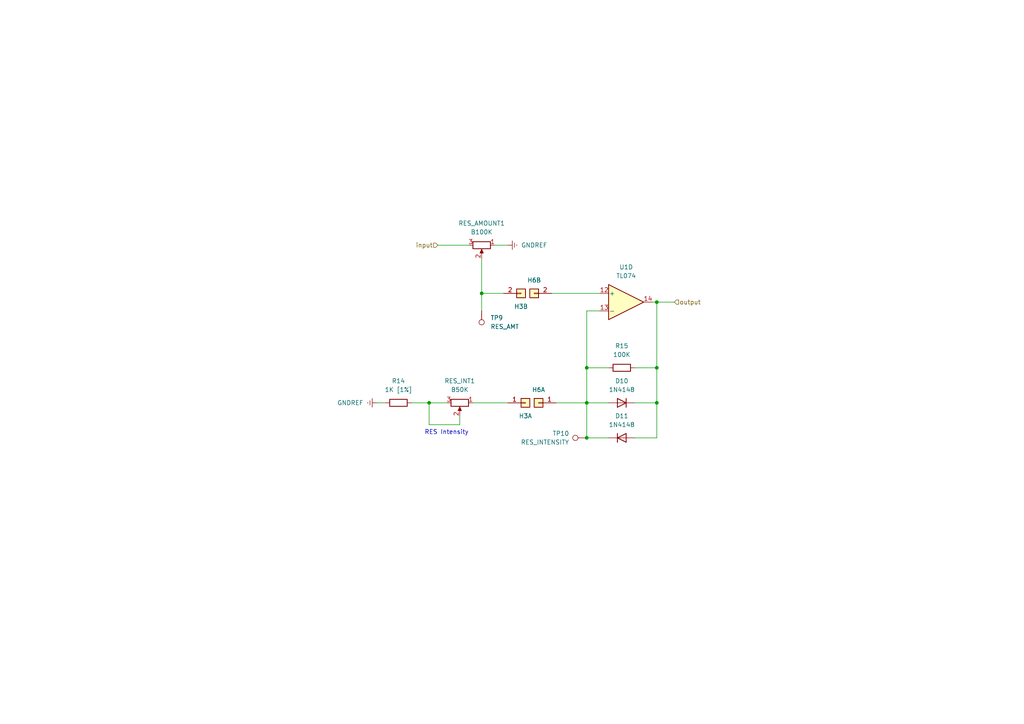
<source format=kicad_sch>
(kicad_sch (version 20231120) (generator "eeschema") (generator_version "8.0")
  (paper "A4")
  (lib_symbols
    (symbol "Amplifier_Operational:TL074" (pin_names (offset 0.127))
      (property "Reference" "U" (at 0 5.08 0))
      (property "Value" "TL074" (at 0 -5.08 0))
      (symbol "TL074_1_1"
        (polyline (pts (xy -5.08 5.08) (xy 5.08 0) (xy -5.08 -5.08) (xy -5.08 5.08)) (stroke (width 0.254)) (fill (type background)))
        (pin output line (at 7.62 0 180) (length 2.54) (name "~") (number "1"))
        (pin input line (at -7.62 -2.54 0) (length 2.54) (name "-") (number "2"))
        (pin input line (at -7.62 2.54 0) (length 2.54) (name "+") (number "3"))
      )
      (symbol "TL074_2_1"
        (polyline (pts (xy -5.08 5.08) (xy 5.08 0) (xy -5.08 -5.08) (xy -5.08 5.08)) (stroke (width 0.254)) (fill (type background)))
        (pin input line (at -7.62 2.54 0) (length 2.54) (name "+") (number "5"))
        (pin input line (at -7.62 -2.54 0) (length 2.54) (name "-") (number "6"))
        (pin output line (at 7.62 0 180) (length 2.54) (name "~") (number "7"))
      )
      (symbol "TL074_3_1"
        (polyline (pts (xy -5.08 5.08) (xy 5.08 0) (xy -5.08 -5.08) (xy -5.08 5.08)) (stroke (width 0.254)) (fill (type background)))
        (pin input line (at -7.62 2.54 0) (length 2.54) (name "+") (number "10"))
        (pin output line (at 7.62 0 180) (length 2.54) (name "~") (number "8"))
        (pin input line (at -7.62 -2.54 0) (length 2.54) (name "-") (number "9"))
      )
      (symbol "TL074_4_1"
        (polyline (pts (xy -5.08 5.08) (xy 5.08 0) (xy -5.08 -5.08) (xy -5.08 5.08)) (stroke (width 0.254)) (fill (type background)))
        (pin input line (at -7.62 2.54 0) (length 2.54) (name "+") (number "12"))
        (pin input line (at -7.62 -2.54 0) (length 2.54) (name "-") (number "13"))
        (pin output line (at 7.62 0 180) (length 2.54) (name "~") (number "14"))
      )
      (symbol "TL074_5_1"
        (pin power_in line (at -2.54 -7.62 90) (length 3.81) (name "V-") (number "11"))
        (pin power_in line (at -2.54 7.62 270) (length 3.81) (name "V+") (number "4"))
      )
    )
    (symbol "Connector:TestPoint" (pin_numbers hide) (pin_names (offset 0.762) hide)
      (property "Reference" "TP" (at 0 6.858 0))
      (property "Value" "TestPoint" (at 0 5.08 0))
      (symbol "TestPoint_0_1"
        (circle (center 0 3.302) (radius 0.762))
      )
      (symbol "TestPoint_1_1"
        (pin passive line (at 0 0 90) (length 2.54) (name "1") (number "1"))
      )
    )
    (symbol "power:GNDREF" (power) (pin_numbers hide) (pin_names (offset 0) hide)
      (property "Value" "GNDREF" (at 0 -3.81 0))
      (symbol "GNDREF_0_1"
        (polyline (pts (xy -0.635 -1.905) (xy 0.635 -1.905)))
        (polyline (pts (xy -0.127 -2.54) (xy 0.127 -2.54)))
        (polyline (pts (xy 0 -1.27) (xy 0 0)))
        (polyline (pts (xy 1.27 -1.27) (xy -1.27 -1.27)))
      )
      (symbol "GNDREF_1_1"
        (pin power_in line (at 0 0 270) (length 0) (name "~") (number "1"))
      )
    )
    (symbol "synth:D_Signal (1N4148)" (pin_numbers hide) (pin_names hide)
      (property "Reference" "D" (at 0 2.54 0))
      (property "Value" "1N4148" (at 0 -2.54 0))
      (symbol "D_Signal (1N4148)_0_1"
        (polyline (pts (xy -1.27 1.27) (xy -1.27 -1.27)) (stroke (width 0.254)))
        (polyline (pts (xy 1.27 0) (xy -1.27 0)))
        (polyline (pts (xy 1.27 1.27) (xy 1.27 -1.27) (xy -1.27 0) (xy 1.27 1.27)) (stroke (width 0.254)))
      )
      (symbol "D_Signal (1N4148)_1_1"
        (pin passive line (at -3.81 0 0) (length 2.54) (name "K") (number "1"))
        (pin passive line (at 3.81 0 180) (length 2.54) (name "A") (number "2"))
      )
    )
    (symbol "synth:PinHeader_01x08" (pin_names (offset 1.016) hide)
      (property "Reference" "H" (at 0 2.54 0))
      (property "Value" "PinHeader_01x08" (at 0 -2.54 0))
      (symbol "PinHeader_01x08_1_1"
        (rectangle (start -1.27 0.127) (end 0 -0.127) (stroke (width 0.1524)))
        (rectangle (start -1.27 1.27) (end 1.27 -1.27) (stroke (width 0.254)) (fill (type background)))
        (pin passive line (at -5.08 0 0) (length 3.81) (name "Pin_1") (number "1"))
      )
      (symbol "PinHeader_01x08_2_1"
        (rectangle (start -1.27 0.127) (end 0 -0.127) (stroke (width 0.1524)))
        (rectangle (start -1.27 1.27) (end 1.27 -1.27) (stroke (width 0.254)) (fill (type background)))
        (pin passive line (at -5.08 0 0) (length 3.81) (name "Pin_2") (number "2"))
      )
      (symbol "PinHeader_01x08_3_1"
        (rectangle (start -1.27 0.127) (end 0 -0.127) (stroke (width 0.1524)))
        (rectangle (start -1.27 1.27) (end 1.27 -1.27) (stroke (width 0.254)) (fill (type background)))
        (pin passive line (at -5.08 0 0) (length 3.81) (name "Pin_3") (number "3"))
      )
      (symbol "PinHeader_01x08_4_1"
        (rectangle (start -1.27 0.127) (end 0 -0.127) (stroke (width 0.1524)))
        (rectangle (start -1.27 1.27) (end 1.27 -1.27) (stroke (width 0.254)) (fill (type background)))
        (pin passive line (at -5.08 0 0) (length 3.81) (name "Pin_4") (number "4"))
      )
      (symbol "PinHeader_01x08_5_1"
        (rectangle (start -1.27 0.127) (end 0 -0.127) (stroke (width 0.1524)))
        (rectangle (start -1.27 1.27) (end 1.27 -1.27) (stroke (width 0.254)) (fill (type background)))
        (pin passive line (at -5.08 0 0) (length 3.81) (name "Pin_5") (number "5"))
      )
      (symbol "PinHeader_01x08_6_1"
        (rectangle (start -1.27 0.127) (end 0 -0.127) (stroke (width 0.1524)))
        (rectangle (start -1.27 1.27) (end 1.27 -1.27) (stroke (width 0.254)) (fill (type background)))
        (pin passive line (at -5.08 0 0) (length 3.81) (name "Pin_6") (number "6"))
      )
      (symbol "PinHeader_01x08_7_1"
        (rectangle (start -1.27 0.127) (end 0 -0.127) (stroke (width 0.1524)))
        (rectangle (start -1.27 1.27) (end 1.27 -1.27) (stroke (width 0.254)) (fill (type background)))
        (pin passive line (at -5.08 0 0) (length 3.81) (name "Pin_7") (number "7"))
      )
      (symbol "PinHeader_01x08_8_1"
        (rectangle (start -1.27 0.127) (end 0 -0.127) (stroke (width 0.1524)))
        (rectangle (start -1.27 1.27) (end 1.27 -1.27) (stroke (width 0.254)) (fill (type background)))
        (pin passive line (at -5.08 0 0) (length 3.81) (name "Pin_8") (number "8"))
      )
    )
    (symbol "synth:PinSocket_01x08" (pin_names (offset 1.016) hide)
      (property "Reference" "H" (at 0 2.54 0))
      (property "Value" "PinSocket_01x08" (at 0 -2.54 0))
      (symbol "PinSocket_01x08_1_1"
        (rectangle (start -1.27 0.127) (end 0 -0.127) (stroke (width 0.1524)))
        (rectangle (start -1.27 1.27) (end 1.27 -1.27) (stroke (width 0.254)) (fill (type background)))
        (pin passive line (at -5.08 0 0) (length 3.81) (name "Pin_3") (number "1"))
      )
      (symbol "PinSocket_01x08_2_1"
        (rectangle (start -1.27 0.127) (end 0 -0.127) (stroke (width 0.1524)))
        (rectangle (start -1.27 1.27) (end 1.27 -1.27) (stroke (width 0.254)) (fill (type background)))
        (pin passive line (at -5.08 0 0) (length 3.81) (name "Pin_2") (number "2"))
      )
      (symbol "PinSocket_01x08_3_1"
        (rectangle (start -1.27 0.127) (end 0 -0.127) (stroke (width 0.1524)))
        (rectangle (start -1.27 1.27) (end 1.27 -1.27) (stroke (width 0.254)) (fill (type background)))
        (pin passive line (at -5.08 0 0) (length 3.81) (name "Pin_3") (number "3"))
      )
      (symbol "PinSocket_01x08_4_1"
        (rectangle (start -1.27 0.127) (end 0 -0.127) (stroke (width 0.1524)))
        (rectangle (start -1.27 1.27) (end 1.27 -1.27) (stroke (width 0.254)) (fill (type background)))
        (pin passive line (at -5.08 0 0) (length 3.81) (name "Pin_4") (number "4"))
      )
      (symbol "PinSocket_01x08_5_1"
        (rectangle (start -1.27 0.127) (end 0 -0.127) (stroke (width 0.1524)))
        (rectangle (start -1.27 1.27) (end 1.27 -1.27) (stroke (width 0.254)) (fill (type background)))
        (pin passive line (at -5.08 0 0) (length 3.81) (name "Pin_5") (number "5"))
      )
      (symbol "PinSocket_01x08_6_1"
        (rectangle (start -1.27 0.127) (end 0 -0.127) (stroke (width 0.1524)))
        (rectangle (start -1.27 1.27) (end 1.27 -1.27) (stroke (width 0.254)) (fill (type background)))
        (pin passive line (at -5.08 0 0) (length 3.81) (name "Pin_6") (number "6"))
      )
      (symbol "PinSocket_01x08_7_1"
        (rectangle (start -1.27 0.127) (end 0 -0.127) (stroke (width 0.1524)))
        (rectangle (start -1.27 1.27) (end 1.27 -1.27) (stroke (width 0.254)) (fill (type background)))
        (pin passive line (at -5.08 0 0) (length 3.81) (name "Pin_7") (number "7"))
      )
      (symbol "PinSocket_01x08_8_1"
        (rectangle (start -1.27 0.127) (end 0 -0.127) (stroke (width 0.1524)))
        (rectangle (start -1.27 1.27) (end 1.27 -1.27) (stroke (width 0.254)) (fill (type background)))
        (pin passive line (at -5.08 0 0) (length 3.81) (name "Pin_8") (number "8"))
      )
    )
    (symbol "synth:R_Default" (pin_numbers hide) (pin_names (offset 0))
      (property "Reference" "R" (at -2.032 0 90))
      (property "Value" "R1" (at 2.032 0 90))
      (symbol "R_Default_0_1"
        (rectangle (start 1.016 -2.54) (end -1.016 2.54) (stroke (width 0.254)))
      )
      (symbol "R_Default_1_1"
        (pin passive line (at 0 -3.81 90) (length 1.27) (name "~") (number "1"))
        (pin passive line (at 0 3.81 270) (length 1.27) (name "~") (number "2"))
      )
    )
    (symbol "synth:R_Potentiometer (P0915N)" (pin_names (offset 1.016) hide)
      (property "Reference" "RV" (at -4.445 0 90))
      (property "Value" "R_Potentiometer" (at -2.54 0 90))
      (symbol "R_Potentiometer (P0915N)_0_1"
        (rectangle (start -1.016 2.54) (end 1.016 -2.54) (stroke (width 0.254)))
        (polyline (pts (xy 2.54 0) (xy 1.524 0)))
        (polyline (pts (xy 1.143 0) (xy 2.286 0.508) (xy 2.286 -0.508) (xy 1.143 0)) (fill (type outline)))
      )
      (symbol "R_Potentiometer (P0915N)_1_1"
        (pin passive line (at 0 3.81 270) (length 1.27) (name "1") (number "1"))
        (pin passive line (at 3.81 0 180) (length 1.27) (name "2") (number "2"))
        (pin passive line (at 0 -3.81 90) (length 1.27) (name "3") (number "3"))
      )
    )
  )
  (junction (at 190.5 116.84))
  (junction (at 170.18 116.84))
  (junction (at 190.5 87.63))
  (junction (at 124.46 116.84))
  (junction (at 170.18 106.68))
  (junction (at 190.5 106.68))
  (junction (at 170.18 127))
  (junction (at 139.7 85.09))
  (wire (pts (xy 170.18 90.17) (xy 170.18 106.68)))
  (wire (pts (xy 190.5 106.68) (xy 184.15 106.68)))
  (wire (pts (xy 190.5 106.68) (xy 190.5 87.63)))
  (wire (pts (xy 109.22 116.84) (xy 111.76 116.84)))
  (wire (pts (xy 170.18 127) (xy 170.18 116.84)))
  (wire (pts (xy 176.53 127) (xy 170.18 127)))
  (wire (pts (xy 190.5 127) (xy 190.5 116.84)))
  (wire (pts (xy 190.5 87.63) (xy 189.23 87.63)))
  (wire (pts (xy 133.35 123.19) (xy 124.46 123.19)))
  (wire (pts (xy 127 71.12) (xy 135.89 71.12)))
  (wire (pts (xy 184.15 127) (xy 190.5 127)))
  (wire (pts (xy 170.18 116.84) (xy 170.18 106.68)))
  (wire (pts (xy 176.53 116.84) (xy 170.18 116.84)))
  (wire (pts (xy 139.7 90.17) (xy 139.7 85.09)))
  (wire (pts (xy 133.35 123.19) (xy 133.35 120.65)))
  (wire (pts (xy 184.15 116.84) (xy 190.5 116.84)))
  (wire (pts (xy 170.18 116.84) (xy 161.29 116.84)))
  (wire (pts (xy 119.38 116.84) (xy 124.46 116.84)))
  (wire (pts (xy 170.18 106.68) (xy 176.53 106.68)))
  (wire (pts (xy 173.99 90.17) (xy 170.18 90.17)))
  (wire (pts (xy 139.7 85.09) (xy 146.05 85.09)))
  (wire (pts (xy 139.7 85.09) (xy 139.7 74.93)))
  (wire (pts (xy 147.32 71.12) (xy 143.51 71.12)))
  (wire (pts (xy 160.02 85.09) (xy 173.99 85.09)))
  (wire (pts (xy 124.46 116.84) (xy 129.54 116.84)))
  (wire (pts (xy 124.46 123.19) (xy 124.46 116.84)))
  (wire (pts (xy 195.58 87.63) (xy 190.5 87.63)))
  (wire (pts (xy 190.5 116.84) (xy 190.5 106.68)))
  (wire (pts (xy 147.32 116.84) (xy 137.16 116.84)))
  (text "RES Intensity" (at 129.54 125.476 0) (effects (font (size 1.27 1.27))))
  (hierarchical_label "output" (shape input) (at 195.58 87.63 0))
  (hierarchical_label "input" (shape input) (at 127 71.12 180))
  (symbol (lib_id "synth:PinHeader_01x08") (at 152.4 116.84 0) (unit 1)
    (property "Reference" "H3" (at 152.4 120.65 0))
    (property "Value" "TOP_8_SGL" (effects (hide yes)))
    (property "Footprint" "Synth:PinHeader_1x08_P2.54mm_Vertical" (effects (hide yes)))
    (property "Description" "Generic connector, single row, 01x01, script generated (kicad-library-utils/schlib/autogen/connector/)" (effects (hide yes)))
  )
  (symbol (lib_id "Connector:TestPoint") (at 139.7 90.17 180) (unit 1)
    (property "Reference" "TP9" (at 142.24 92.2019 0) (effects (justify right)))
    (property "Value" "RES_AMT" (at 142.24 94.7419 0) (effects (justify right)))
    (property "Footprint" "Connector_Pin:Pin_D1.0mm_L10.0mm" (effects (hide yes)))
    (property "Description" "test point" (effects (hide yes)))
  )
  (symbol (lib_id "Amplifier_Operational:TL074") (at 181.61 87.63 0) (unit 4)
    (property "Reference" "U1" (at 181.61 77.47 0))
    (property "Value" "TL074" (at 181.61 80.01 0))
    (property "Footprint" "Package_DIP:DIP-14_W7.62mm_Socket_LongPads" (effects (hide yes)))
    (property "Datasheet" "http://www.ti.com/lit/ds/symlink/tl071.pdf" (effects (hide yes)))
    (property "Description" "Quad Low-Noise JFET-Input Operational Amplifiers, DIP-14/SOIC-14" (effects (hide yes)))
  )
  (symbol (lib_id "synth:PinSocket_01x08") (at 156.21 116.84 180) (unit 1)
    (property "Reference" "H6" (at 156.21 113.03 0))
    (property "Value" "BTM_8_SGL" (effects (hide yes)))
    (property "Footprint" "Synth:PinSocket_1x08_P2.54mm_Vertical" (effects (hide yes)))
    (property "Description" "Generic connector, single row, 01x01, script generated (kicad-library-utils/schlib/autogen/connector/)" (effects (hide yes)))
  )
  (symbol (lib_id "synth:R_Potentiometer (P0915N)") (at 139.7 71.12 270) (unit 1)
    (property "Reference" "RES_AMOUNT1" (at 139.7 64.77 90))
    (property "Value" "B100K" (at 139.7 67.31 90))
    (property "Footprint" "Synth:Potentiometer_TT_P0915N" (effects (hide yes)))
    (property "Description" "Potentiometer" (effects (hide yes)))
  )
  (symbol (lib_id "synth:D_Signal (1N4148)") (at 180.34 116.84 180) (unit 1)
    (property "Reference" "D10" (at 180.34 110.49 0))
    (property "Value" "1N4148" (at 180.34 113.03 0))
    (property "Footprint" "Synth:D_DO-35_SOD27_P7.62mm_Horizontal" (effects (hide yes)))
    (property "Datasheet" "https://assets.nexperia.com/documents/data-sheet/1N4148_1N4448.pdf" (effects (hide yes)))
    (property "Description" "100V 0.15A standard switching diode, DO-35" (effects (hide yes)))
    (property "Sim.Device" "D" (effects (hide yes)))
    (property "Sim.Pins" "1=K 2=A" (effects (hide yes)))
  )
  (symbol (lib_id "synth:R_Default") (at 115.57 116.84 90) (unit 1)
    (property "Reference" "R14" (at 115.57 110.49 90))
    (property "Value" "1K [1%]" (at 115.57 113.03 90))
    (property "Footprint" "Synth:R_Default (DIN0207)" (effects (hide yes)))
    (property "Description" "Resistor" (effects (hide yes)))
  )
  (symbol (lib_id "synth:PinSocket_01x08") (at 154.94 85.09 180) (unit 2)
    (property "Reference" "H6" (at 154.94 81.28 0))
    (property "Value" "BTM_8_SGL" (effects (hide yes)))
    (property "Footprint" "Synth:PinSocket_1x08_P2.54mm_Vertical" (effects (hide yes)))
    (property "Description" "Generic connector, single row, 01x01, script generated (kicad-library-utils/schlib/autogen/connector/)" (effects (hide yes)))
  )
  (symbol (lib_id "synth:D_Signal (1N4148)") (at 180.34 127 0) (unit 1)
    (property "Reference" "D11" (at 180.34 120.65 0))
    (property "Value" "1N4148" (at 180.34 123.19 0))
    (property "Footprint" "Synth:D_DO-35_SOD27_P7.62mm_Horizontal" (effects (hide yes)))
    (property "Datasheet" "https://assets.nexperia.com/documents/data-sheet/1N4148_1N4448.pdf" (effects (hide yes)))
    (property "Description" "100V 0.15A standard switching diode, DO-35" (effects (hide yes)))
    (property "Sim.Device" "D" (effects (hide yes)))
    (property "Sim.Pins" "1=K 2=A" (effects (hide yes)))
  )
  (symbol (lib_id "power:GNDREF") (at 147.32 71.12 90) (unit 1)
    (property "Reference" "#PWR030" (effects (hide yes)))
    (property "Value" "GNDREF" (at 151.13 71.1199 90) (effects (justify right)))
    (property "Description" "Power symbol creates a global label with name \"GNDREF\" , reference supply ground" (effects (hide yes)))
  )
  (symbol (lib_id "Connector:TestPoint") (at 170.18 127 90) (unit 1)
    (property "Reference" "TP10" (at 165.1 125.7299 90) (effects (justify left)))
    (property "Value" "RES_INTENSITY" (at 165.1 128.2699 90) (effects (justify left)))
    (property "Footprint" "Connector_Pin:Pin_D1.0mm_L10.0mm" (effects (hide yes)))
    (property "Description" "test point" (effects (hide yes)))
  )
  (symbol (lib_id "synth:R_Potentiometer (P0915N)") (at 133.35 116.84 270) (unit 1)
    (property "Reference" "RES_INT1" (at 133.35 110.49 90))
    (property "Value" "B50K" (at 133.35 113.03 90))
    (property "Footprint" "Synth:Potentiometer_TT_P0915N" (effects (hide yes)))
    (property "Description" "Potentiometer" (effects (hide yes)))
  )
  (symbol (lib_id "synth:PinHeader_01x08") (at 151.13 85.09 0) (unit 2)
    (property "Reference" "H3" (at 151.13 88.9 0))
    (property "Value" "TOP_8_SGL" (effects (hide yes)))
    (property "Footprint" "Synth:PinHeader_1x08_P2.54mm_Vertical" (effects (hide yes)))
    (property "Description" "Generic connector, single row, 01x01, script generated (kicad-library-utils/schlib/autogen/connector/)" (effects (hide yes)))
  )
  (symbol (lib_id "power:GNDREF") (at 109.22 116.84 270) (unit 1)
    (property "Reference" "#PWR029" (effects (hide yes)))
    (property "Value" "GNDREF" (at 105.41 116.8399 90) (effects (justify right)))
    (property "Description" "Power symbol creates a global label with name \"GNDREF\" , reference supply ground" (effects (hide yes)))
  )
  (symbol (lib_id "synth:R_Default") (at 180.34 106.68 90) (unit 1)
    (property "Reference" "R15" (at 180.34 100.33 90))
    (property "Value" "100K" (at 180.34 102.87 90))
    (property "Footprint" "Synth:R_Default (DIN0207)" (effects (hide yes)))
    (property "Description" "Resistor" (effects (hide yes)))
  )
)
</source>
